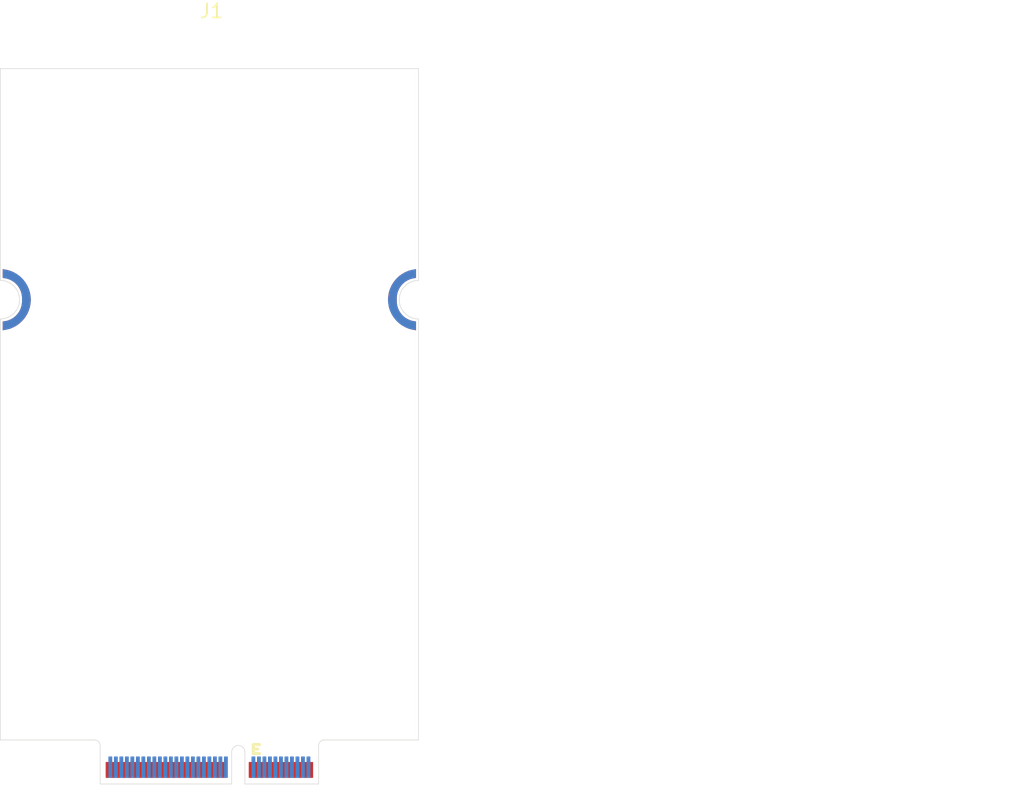
<source format=kicad_pcb>
(kicad_pcb (version 20241229) (generator "pcbnew") (generator_version "9.0")
  (layers (0 "F.Cu" signal) (2 "B.Cu" signal) (13 "F.Paste" user) (15 "B.Paste" user) (5 "F.SilkS" user "F.Silkscreen") (7 "B.SilkS" user "B.Silkscreen") (1 "F.Mask" user) (3 "B.Mask" user) (25 "Edge.Cuts" user))
  (net 0 "")
  (net 2 "GND")
  (net 21 "Net-(J1-VCC-Pad72)")
  (footprint "MOSAIC_function_board_footprints:M.2-CARD-E-22_FUNCTION_STANDARD" (layer "F.Cu") (at 159.04 136.345)
    (property "Reference" "J1" (at 0.2 -70.225 0) (layer "F.SilkS") (effects (font (size 1.27 1.27))))
    (property "Value" "~" (hide yes))
    (fp_poly (pts (xy 3.841 -3.595) (xy 4.681 -3.595) (xy 4.681 -3.635) (xy 3.841 -3.635)) (fill yes) (layer "F.SilkS"))
    (fp_poly (pts (xy 3.841 -3.555) (xy 4.681 -3.555) (xy 4.681 -3.595) (xy 3.841 -3.595)) (fill yes) (layer "F.SilkS"))
    (fp_poly (pts (xy 3.841 -3.515) (xy 4.681 -3.515) (xy 4.681 -3.555) (xy 3.841 -3.555)) (fill yes) (layer "F.SilkS"))
    (fp_poly (pts (xy 3.841 -3.475) (xy 4.681 -3.475) (xy 4.681 -3.515) (xy 3.841 -3.515)) (fill yes) (layer "F.SilkS"))
    (fp_poly (pts (xy 3.841 -3.435) (xy 4.641 -3.435) (xy 4.641 -3.475) (xy 3.841 -3.475)) (fill yes) (layer "F.SilkS"))
    (fp_poly (pts (xy 3.841 -3.395) (xy 4.121 -3.395) (xy 4.121 -3.435) (xy 3.841 -3.435)) (fill yes) (layer "F.SilkS"))
    (fp_poly (pts (xy 3.841 -3.355) (xy 4.121 -3.355) (xy 4.121 -3.395) (xy 3.841 -3.395)) (fill yes) (layer "F.SilkS"))
    (fp_poly (pts (xy 3.841 -3.315) (xy 4.121 -3.315) (xy 4.121 -3.355) (xy 3.841 -3.355)) (fill yes) (layer "F.SilkS"))
    (fp_poly (pts (xy 3.841 -3.275) (xy 4.441 -3.275) (xy 4.441 -3.315) (xy 3.841 -3.315)) (fill yes) (layer "F.SilkS"))
    (fp_poly (pts (xy 3.841 -3.235) (xy 4.521 -3.235) (xy 4.521 -3.275) (xy 3.841 -3.275)) (fill yes) (layer "F.SilkS"))
    (fp_poly (pts (xy 3.841 -3.195) (xy 4.521 -3.195) (xy 4.521 -3.235) (xy 3.841 -3.235)) (fill yes) (layer "F.SilkS"))
    (fp_poly (pts (xy 3.841 -3.155) (xy 4.521 -3.155) (xy 4.521 -3.195) (xy 3.841 -3.195)) (fill yes) (layer "F.SilkS"))
    (fp_poly (pts (xy 3.841 -3.115) (xy 4.521 -3.115) (xy 4.521 -3.155) (xy 3.841 -3.155)) (fill yes) (layer "F.SilkS"))
    (fp_poly (pts (xy 3.841 -3.075) (xy 4.521 -3.075) (xy 4.521 -3.115) (xy 3.841 -3.115)) (fill yes) (layer "F.SilkS"))
    (fp_poly (pts (xy 3.841 -3.035) (xy 4.481 -3.035) (xy 4.481 -3.075) (xy 3.841 -3.075)) (fill yes) (layer "F.SilkS"))
    (fp_poly (pts (xy 3.841 -2.995) (xy 4.121 -2.995) (xy 4.121 -3.035) (xy 3.841 -3.035)) (fill yes) (layer "F.SilkS"))
    (fp_poly (pts (xy 3.841 -2.955) (xy 4.121 -2.955) (xy 4.121 -2.995) (xy 3.841 -2.995)) (fill yes) (layer "F.SilkS"))
    (fp_poly (pts (xy 3.841 -2.915) (xy 4.121 -2.915) (xy 4.121 -2.955) (xy 3.841 -2.955)) (fill yes) (layer "F.SilkS"))
    (fp_poly (pts (xy 3.841 -2.875) (xy 4.601 -2.875) (xy 4.601 -2.915) (xy 3.841 -2.915)) (fill yes) (layer "F.SilkS"))
    (fp_poly (pts (xy 3.841 -2.835) (xy 4.681 -2.835) (xy 4.681 -2.875) (xy 3.841 -2.875)) (fill yes) (layer "F.SilkS"))
    (fp_poly (pts (xy 3.841 -2.795) (xy 4.681 -2.795) (xy 4.681 -2.835) (xy 3.841 -2.835)) (fill yes) (layer "F.SilkS"))
    (fp_poly (pts (xy 3.841 -2.755) (xy 4.681 -2.755) (xy 4.681 -2.795) (xy 3.841 -2.795)) (fill yes) (layer "F.SilkS"))
    (fp_poly (pts (xy 3.841 -2.715) (xy 4.681 -2.715) (xy 4.681 -2.755) (xy 3.841 -2.755)) (fill yes) (layer "F.SilkS"))
    (fp_poly (pts (xy 3.841 -2.675) (xy 4.681 -2.675) (xy 4.681 -2.715) (xy 3.841 -2.715)) (fill yes) (layer "F.SilkS"))
    (fp_poly (pts (xy 3.881 -3.635) (xy 4.681 -3.635) (xy 4.681 -3.675) (xy 3.881 -3.675)) (fill yes) (layer "F.SilkS"))
    (fp_poly (pts (xy 3.881 -2.635) (xy 4.641 -2.635) (xy 4.641 -2.675) (xy 3.881 -2.675)) (fill yes) (layer "F.SilkS"))
    (fp_poly (pts (xy 3.961 -3.675) (xy 4.601 -3.675) (xy 4.601 -3.715) (xy 3.961 -3.715)) (fill yes) (layer "F.SilkS"))
    (fp_line (start -19 -65) (end 19 -65) (stroke (width 0.0508)) (layer "Edge.Cuts"))
    (fp_line (start -19 -45.75) (end -19 -65) (stroke (width 0.05)) (layer "Edge.Cuts"))
    (fp_line (start -19 -42.25) (end -19 -4) (stroke (width 0.05)) (layer "Edge.Cuts"))
    (fp_line (start -10.4 -4) (end -19 -4) (stroke (width 0.0508)) (layer "Edge.Cuts"))
    (fp_line (start -9.925 0) (end -9.925 -3.5) (stroke (width 0.0508)) (layer "Edge.Cuts"))
    (fp_line (start 2.025 -2.9) (end 2.025 0) (stroke (width 0.0508)) (layer "Edge.Cuts"))
    (fp_line (start 2.025 0) (end -9.925 0) (stroke (width 0.0508)) (layer "Edge.Cuts"))
    (fp_line (start 3.225 -2.9) (end 3.225 0) (stroke (width 0.0508)) (layer "Edge.Cuts"))
    (fp_line (start 9.925 -3.5) (end 9.925 0) (stroke (width 0.0508)) (layer "Edge.Cuts"))
    (fp_line (start 9.925 0) (end 3.225 0) (stroke (width 0.0508)) (layer "Edge.Cuts"))
    (fp_line (start 10.4 -4) (end 19 -4) (stroke (width 0.0508)) (layer "Edge.Cuts"))
    (fp_line (start 19 -45.75) (end 19 -65) (stroke (width 0.05)) (layer "Edge.Cuts"))
    (fp_line (start 19 -42.25) (end 19 -4) (stroke (width 0.05)) (layer "Edge.Cuts"))
    (fp_arc (start -19 -45.75) (mid -17.25 -44) (end -19 -42.25) (stroke (width 0.0508)) (layer "Edge.Cuts"))
    (fp_arc (start -10.4 -4) (mid -10.066759 -3.840954) (end -9.925 -3.5) (stroke (width 0.0508)) (layer "Edge.Cuts"))
    (fp_arc (start 2.025 -2.9) (mid 2.625 -3.5) (end 3.225 -2.9) (stroke (width 0.0508)) (layer "Edge.Cuts"))
    (fp_arc (start 9.925 -3.5) (mid 10.065344 -3.842298) (end 10.4 -4) (stroke (width 0.0508)) (layer "Edge.Cuts"))
    (fp_arc (start 19 -42.25) (mid 17.25 -44) (end 19 -45.75) (stroke (width 0.0508)) (layer "Edge.Cuts"))
    (fp_text user "Route\nOut" (at -18.3 -44 90) (layer "Edge.Cuts") (effects (font (size 0.276 0.276) (thickness 0.024))))
    (fp_text user "Route\nOut" (at 18.3 -44 270) (layer "Edge.Cuts") (effects (font (size 0.276 0.276) (thickness 0.024))))
    (pad "1" smd roundrect (at 9.25 -1.275 180) (size 0.35 1.45) (layers "F.Cu" "F.Mask") (roundrect_rratio 0.1451428571) (net 2 "GND"))
    (pad "2" smd roundrect (at 9 -1.525) (size 0.35 1.95) (layers "B.Cu" "B.Mask") (roundrect_rratio 0.1451428571))
    (pad "3" smd roundrect (at 8.75 -1.275 180) (size 0.35 1.45) (layers "F.Cu" "F.Mask") (roundrect_rratio 0.1451428571))
    (pad "4" smd roundrect (at 8.5 -1.525) (size 0.35 1.95) (layers "B.Cu" "B.Mask") (roundrect_rratio 0.1451428571))
    (pad "5" smd roundrect (at 8.25 -1.275 180) (size 0.35 1.45) (layers "F.Cu" "F.Mask") (roundrect_rratio 0.1451428571))
    (pad "6" smd roundrect (at 8 -1.525) (size 0.35 1.95) (layers "B.Cu" "B.Mask") (roundrect_rratio 0.1451428571))
    (pad "7" smd roundrect (at 7.75 -1.275 180) (size 0.35 1.45) (layers "F.Cu" "F.Mask") (roundrect_rratio 0.1451428571))
    (pad "8" smd roundrect (at 7.5 -1.525) (size 0.35 1.95) (layers "B.Cu" "B.Mask") (roundrect_rratio 0.1451428571))
    (pad "9" smd roundrect (at 7.25 -1.275 180) (size 0.35 1.45) (layers "F.Cu" "F.Mask") (roundrect_rratio 0.1451428571))
    (pad "10" smd roundrect (at 7 -1.525) (size 0.35 1.95) (layers "B.Cu" "B.Mask") (roundrect_rratio 0.1451428571))
    (pad "11" smd roundrect (at 6.75 -1.275 180) (size 0.35 1.45) (layers "F.Cu" "F.Mask") (roundrect_rratio 0.1451428571))
    (pad "12" smd roundrect (at 6.5 -1.525) (size 0.35 1.95) (layers "B.Cu" "B.Mask") (roundrect_rratio 0.1451428571))
    (pad "13" smd roundrect (at 6.25 -1.275 180) (size 0.35 1.45) (layers "F.Cu" "F.Mask") (roundrect_rratio 0.1451428571))
    (pad "14" smd roundrect (at 6 -1.525) (size 0.35 1.95) (layers "B.Cu" "B.Mask") (roundrect_rratio 0.1451428571))
    (pad "15" smd roundrect (at 5.75 -1.275 180) (size 0.35 1.45) (layers "F.Cu" "F.Mask") (roundrect_rratio 0.1451428571))
    (pad "16" smd roundrect (at 5.5 -1.525) (size 0.35 1.95) (layers "B.Cu" "B.Mask") (roundrect_rratio 0.1451428571))
    (pad "17" smd roundrect (at 5.25 -1.275 180) (size 0.35 1.45) (layers "F.Cu" "F.Mask") (roundrect_rratio 0.1451428571))
    (pad "18" smd roundrect (at 5 -1.525) (size 0.35 1.95) (layers "B.Cu" "B.Mask") (roundrect_rratio 0.1451428571))
    (pad "19" smd roundrect (at 4.75 -1.275 180) (size 0.35 1.45) (layers "F.Cu" "F.Mask") (roundrect_rratio 0.1451428571))
    (pad "20" smd roundrect (at 4.5 -1.525) (size 0.35 1.95) (layers "B.Cu" "B.Mask") (roundrect_rratio 0.1451428571))
    (pad "21" smd roundrect (at 4.25 -1.275 180) (size 0.35 1.45) (layers "F.Cu" "F.Mask") (roundrect_rratio 0.1451428571))
    (pad "22" smd roundrect (at 4 -1.525) (size 0.35 1.95) (layers "B.Cu" "B.Mask") (roundrect_rratio 0.1451428571))
    (pad "23" smd roundrect (at 3.75 -1.275 180) (size 0.35 1.45) (layers "F.Cu" "F.Mask") (roundrect_rratio 0.1451428571))
    (pad "32" smd roundrect (at 1.5 -1.525) (size 0.35 1.95) (layers "B.Cu" "B.Mask") (roundrect_rratio 0.1451428571))
    (pad "33" smd roundrect (at 1.25 -1.275 180) (size 0.35 1.45) (layers "F.Cu" "F.Mask") (roundrect_rratio 0.1451428571) (net 2 "GND"))
    (pad "34" smd roundrect (at 1 -1.525) (size 0.35 1.95) (layers "B.Cu" "B.Mask") (roundrect_rratio 0.1451428571))
    (pad "35" smd roundrect (at 0.75 -1.275 180) (size 0.35 1.45) (layers "F.Cu" "F.Mask") (roundrect_rratio 0.1451428571))
    (pad "36" smd roundrect (at 0.5 -1.525) (size 0.35 1.95) (layers "B.Cu" "B.Mask") (roundrect_rratio 0.1451428571))
    (pad "37" smd roundrect (at 0.25 -1.275 180) (size 0.35 1.45) (layers "F.Cu" "F.Mask") (roundrect_rratio 0.1451428571))
    (pad "38" smd roundrect (at 0 -1.525) (size 0.35 1.95) (layers "B.Cu" "B.Mask") (roundrect_rratio 0.1451428571))
    (pad "39" smd roundrect (at -0.25 -1.275 180) (size 0.35 1.45) (layers "F.Cu" "F.Mask") (roundrect_rratio 0.1451428571) (net 2 "GND"))
    (pad "40" smd roundrect (at -0.5 -1.525) (size 0.35 1.95) (layers "B.Cu" "B.Mask") (roundrect_rratio 0.1451428571))
    (pad "41" smd roundrect (at -0.75 -1.275 180) (size 0.35 1.45) (layers "F.Cu" "F.Mask") (roundrect_rratio 0.1451428571))
    (pad "42" smd roundrect (at -1 -1.525) (size 0.35 1.95) (layers "B.Cu" "B.Mask") (roundrect_rratio 0.1451428571))
    (pad "43" smd roundrect (at -1.25 -1.275 180) (size 0.35 1.45) (layers "F.Cu" "F.Mask") (roundrect_rratio 0.1451428571))
    (pad "44" smd roundrect (at -1.5 -1.525) (size 0.35 1.95) (layers "B.Cu" "B.Mask") (roundrect_rratio 0.1451428571))
    (pad "45" smd roundrect (at -1.75 -1.275 180) (size 0.35 1.45) (layers "F.Cu" "F.Mask") (roundrect_rratio 0.1451428571) (net 2 "GND"))
    (pad "46" smd roundrect (at -2 -1.525) (size 0.35 1.95) (layers "B.Cu" "B.Mask") (roundrect_rratio 0.1451428571))
    (pad "47" smd roundrect (at -2.25 -1.275 180) (size 0.35 1.45) (layers "F.Cu" "F.Mask") (roundrect_rratio 0.1451428571))
    (pad "48" smd roundrect (at -2.5 -1.525) (size 0.35 1.95) (layers "B.Cu" "B.Mask") (roundrect_rratio 0.1451428571))
    (pad "49" smd roundrect (at -2.75 -1.275 180) (size 0.35 1.45) (layers "F.Cu" "F.Mask") (roundrect_rratio 0.1451428571))
    (pad "50" smd roundrect (at -3 -1.525) (size 0.35 1.95) (layers "B.Cu" "B.Mask") (roundrect_rratio 0.1451428571))
    (pad "51" smd roundrect (at -3.25 -1.275 180) (size 0.35 1.45) (layers "F.Cu" "F.Mask") (roundrect_rratio 0.1451428571))
    (pad "52" smd roundrect (at -3.5 -1.525) (size 0.35 1.95) (layers "B.Cu" "B.Mask") (roundrect_rratio 0.1451428571))
    (pad "53" smd roundrect (at -3.75 -1.275 180) (size 0.35 1.45) (layers "F.Cu" "F.Mask") (roundrect_rratio 0.1451428571))
    (pad "54" smd roundrect (at -4 -1.525) (size 0.35 1.95) (layers "B.Cu" "B.Mask") (roundrect_rratio 0.1451428571))
    (pad "55" smd roundrect (at -4.25 -1.275 180) (size 0.35 1.45) (layers "F.Cu" "F.Mask") (roundrect_rratio 0.1451428571))
    (pad "56" smd roundrect (at -4.5 -1.525) (size 0.35 1.95) (layers "B.Cu" "B.Mask") (roundrect_rratio 0.1451428571))
    (pad "57" smd roundrect (at -4.75 -1.275 180) (size 0.35 1.45) (layers "F.Cu" "F.Mask") (roundrect_rratio 0.1451428571))
    (pad "58" smd roundrect (at -5 -1.525) (size 0.35 1.95) (layers "B.Cu" "B.Mask") (roundrect_rratio 0.1451428571))
    (pad "59" smd roundrect (at -5.25 -1.275 180) (size 0.35 1.45) (layers "F.Cu" "F.Mask") (roundrect_rratio 0.1451428571))
    (pad "60" smd roundrect (at -5.5 -1.525) (size 0.35 1.95) (layers "B.Cu" "B.Mask") (roundrect_rratio 0.1451428571))
    (pad "61" smd roundrect (at -5.75 -1.275 180) (size 0.35 1.45) (layers "F.Cu" "F.Mask") (roundrect_rratio 0.1451428571))
    (pad "62" smd roundrect (at -6 -1.525) (size 0.35 1.95) (layers "B.Cu" "B.Mask") (roundrect_rratio 0.1451428571))
    (pad "63" smd roundrect (at -6.25 -1.275 180) (size 0.35 1.45) (layers "F.Cu" "F.Mask") (roundrect_rratio 0.1451428571))
    (pad "64" smd roundrect (at -6.5 -1.525) (size 0.35 1.95) (layers "B.Cu" "B.Mask") (roundrect_rratio 0.1451428571))
    (pad "65" smd roundrect (at -6.75 -1.275 180) (size 0.35 1.45) (layers "F.Cu" "F.Mask") (roundrect_rratio 0.1451428571))
    (pad "66" smd roundrect (at -7 -1.525) (size 0.35 1.95) (layers "B.Cu" "B.Mask") (roundrect_rratio 0.1451428571))
    (pad "67" smd roundrect (at -7.25 -1.275 180) (size 0.35 1.45) (layers "F.Cu" "F.Mask") (roundrect_rratio 0.1451428571))
    (pad "68" smd roundrect (at -7.5 -1.525) (size 0.35 1.95) (layers "B.Cu" "B.Mask") (roundrect_rratio 0.1451428571))
    (pad "69" smd roundrect (at -7.75 -1.275 180) (size 0.35 1.45) (layers "F.Cu" "F.Mask") (roundrect_rratio 0.1451428571))
    (pad "70" smd roundrect (at -8 -1.525) (size 0.35 1.95) (layers "B.Cu" "B.Mask") (roundrect_rratio 0.1451428571))
    (pad "71" smd roundrect (at -8.25 -1.275 180) (size 0.35 1.45) (layers "F.Cu" "F.Mask") (roundrect_rratio 0.1451428571))
    (pad "72" smd roundrect (at -8.5 -1.525) (size 0.35 1.95) (layers "B.Cu" "B.Mask") (roundrect_rratio 0.1451428571) (net 21 "Net-(J1-VCC-Pad72)"))
    (pad "73" smd roundrect (at -8.75 -1.275 180) (size 0.35 1.45) (layers "F.Cu" "F.Mask") (roundrect_rratio 0.1451428571))
    (pad "74" smd roundrect (at -9 -1.525) (size 0.35 1.95) (layers "B.Cu" "B.Mask") (roundrect_rratio 0.1451428571) (net 21 "Net-(J1-VCC-Pad72)"))
    (pad "75" smd roundrect (at -9.25 -1.275 180) (size 0.35 1.45) (layers "F.Cu" "F.Mask") (roundrect_rratio 0.1451428571) (net 2 "GND"))
    (pad "76" smd custom (at -16.65 -44.025) (size 0.254 0.254) (layers "F.Cu") (net 2 "GND") (options (clearance outline) (anchor circle)) (primitives (gr_poly (pts (xy -1.760412 -2.693444) (xy -1.432764 -2.596636) (xy -1.119232 -2.460904) (xy -0.824422 -2.288241) (xy -0.552664 -2.081185) (xy -0.307948 -1.842774) (xy -0.09387 -1.576511) (xy 0.086427 -1.286308) (xy 0.230295 -0.976425) (xy 0.335621 -0.651414) (xy 0.400857 -0.31605) (xy 0.425057 0.024911) (xy 0.403244 0.366712) (xy 0.339835 0.703134) (xy 0.235774 1.029281) (xy 0.09262 1.340259) (xy -0.087478 1.631403) (xy -0.301819 1.898346) (xy -0.547187 2.137083) (xy -0.8199 2.344031) (xy -1.115869 2.516087) (xy -1.43136 2.650972) (xy -2.125 2.806214) (xy -2.125 2.003231) (xy -1.839643 1.963611) (xy -1.585462 1.890309) (xy -1.344294 1.781576) (xy -1.121069 1.639637) (xy -0.920302 1.467364) (xy -0.746103 1.268278) (xy -0.602008 1.046426) (xy -0.490954 0.806329) (xy -0.415198 0.552866) (xy -0.376286 0.291208) (xy -0.375 0.025) (xy -0.376286 -0.241207) (xy -0.415198 -0.502865) (xy -0.490954 -0.756328) (xy -0.602008 -0.996425) (xy -0.746103 -1.218277) (xy -0.920302 -1.417363) (xy -1.121069 -1.589636) (xy -1.344294 -1.731575) (xy -1.585462 -1.840308) (xy -1.839643 -1.91361) (xy -2.125 -1.953231) (xy -2.125 -2.754538)) (width 0) (fill yes))))
    (pad "77" smd custom (at 16.55 -44) (size 0.254 0.254) (layers "F.Cu") (net 2 "GND") (options (clearance outline) (anchor circle)) (primitives (gr_poly (pts (xy 2.225 -1.978231) (xy 1.939643 -1.93861) (xy 1.685462 -1.865308) (xy 1.444294 -1.756575) (xy 1.221069 -1.614636) (xy 1.020302 -1.442363) (xy 0.846103 -1.243277) (xy 0.702008 -1.021425) (xy 0.590954 -0.781328) (xy 0.515198 -0.527865) (xy 0.476286 -0.266207) (xy 0.475 0) (xy 0.476286 0.266208) (xy 0.515198 0.527866) (xy 0.590954 0.781329) (xy 0.702008 1.021426) (xy 0.846103 1.243278) (xy 1.020302 1.442364) (xy 1.221069 1.614637) (xy 1.444294 1.756576) (xy 1.685462 1.865309) (xy 1.939643 1.938611) (xy 2.225 1.978231) (xy 2.225 2.775) (xy 2.197919 2.775) (xy 1.860412 2.718444) (xy 1.532763 2.621636) (xy 1.219231 2.485903) (xy 0.924422 2.313241) (xy 0.652664 2.106184) (xy 0.407948 1.867774) (xy 0.193871 1.601511) (xy 0.013573 1.311307) (xy -0.130294 1.001425) (xy -0.235855 0.675689) (xy -0.322003 0.024313) (xy -0.326593 0.024166) (xy -0.325106 0.000852) (xy -0.328285 -0.023192) (xy -0.323551 -0.023503) (xy -0.303244 -0.341711) (xy -0.239835 -0.678134) (xy -0.135774 -1.004281) (xy 0.00738 -1.315258) (xy 0.187478 -1.606403) (xy 0.401819 -1.873345) (xy 0.647187 -2.112082) (xy 0.9199 -2.31903) (xy 1.215869 -2.491086) (xy 1.53136 -2.625971) (xy 2.225 -2.781214)) (width 0) (fill yes))))
    (pad "79" smd custom (at -16.65 -44.025) (size 0.254 0.254) (layers "B.Cu") (net 2 "GND") (options (clearance outline) (anchor circle)) (primitives (gr_poly (pts (xy -1.43136 -2.600971) (xy -1.115869 -2.466086) (xy -0.8199 -2.29403) (xy -0.547187 -2.087082) (xy -0.301819 -1.848345) (xy -0.087478 -1.581403) (xy 0.09262 -1.290258) (xy 0.235774 -0.979281) (xy 0.339835 -0.653134) (xy 0.403244 -0.316711) (xy 0.423508 0.000818) (xy 0.426771 0.000933) (xy 0.425057 0.025089) (xy 0.426593 0.049166) (xy 0.423341 0.04927) (xy 0.400856 0.36605) (xy 0.33562 0.701414) (xy 0.230294 1.026425) (xy 0.086427 1.336307) (xy -0.093871 1.626511) (xy -0.307948 1.892774) (xy -0.552664 2.131184) (xy -0.824422 2.338241) (xy -1.119231 2.510903) (xy -1.432763 2.646636) (xy -1.760412 2.743444) (xy -2.097919 2.8) (xy -2.125 2.8) (xy -2.125 2.003231) (xy -1.839643 1.963611) (xy -1.585462 1.890309) (xy -1.344294 1.781576) (xy -1.121069 1.639637) (xy -0.920302 1.467364) (xy -0.746103 1.268278) (xy -0.602008 1.046426) (xy -0.490954 0.806329) (xy -0.415198 0.552866) (xy -0.376286 0.291208) (xy -0.375 0.025) (xy -0.376286 -0.241207) (xy -0.415198 -0.502865) (xy -0.490954 -0.756328) (xy -0.602008 -0.996425) (xy -0.746103 -1.218277) (xy -0.920302 -1.417363) (xy -1.121069 -1.589636) (xy -1.344294 -1.731575) (xy -1.585462 -1.840308) (xy -1.839643 -1.91361) (xy -2.125 -1.953231) (xy -2.125 -2.756214)) (width 0) (fill yes))))
    (pad "80" smd custom (at 16.55 -44) (size 0.254 0.254) (layers "B.Cu") (options (clearance outline) (anchor circle)) (primitives (gr_poly (pts (xy 2.225 -1.978231) (xy 1.939643 -1.93861) (xy 1.685462 -1.865308) (xy 1.444294 -1.756575) (xy 1.221069 -1.614636) (xy 1.020302 -1.442363) (xy 0.846103 -1.243277) (xy 0.702008 -1.021425) (xy 0.590954 -0.781328) (xy 0.515198 -0.527865) (xy 0.476286 -0.266207) (xy 0.475 0) (xy 0.476286 0.266208) (xy 0.515198 0.527866) (xy 0.590954 0.781329) (xy 0.702008 1.021426) (xy 0.846103 1.243278) (xy 1.020302 1.442364) (xy 1.221069 1.614637) (xy 1.444294 1.756576) (xy 1.685462 1.865309) (xy 1.939643 1.938611) (xy 2.225 1.978231) (xy 2.225 2.781214) (xy 1.53136 2.625972) (xy 1.215869 2.491087) (xy 0.9199 2.319031) (xy 0.647187 2.112083) (xy 0.401819 1.873346) (xy 0.187478 1.606403) (xy 0.00738 1.315259) (xy -0.135774 1.004281) (xy -0.239835 0.678134) (xy -0.303244 0.341712) (xy -0.325105 -0.000851) (xy -0.235856 -0.675689) (xy -0.130295 -1.001425) (xy 0.013573 -1.311308) (xy 0.19387 -1.601511) (xy 0.407948 -1.867774) (xy 0.652664 -2.106185) (xy 0.924422 -2.313241) (xy 1.219232 -2.485904) (xy 1.532764 -2.621636) (xy 1.860412 -2.718444) (xy 2.225 -2.779538)) (width 0) (fill yes))))
  )
)
</source>
